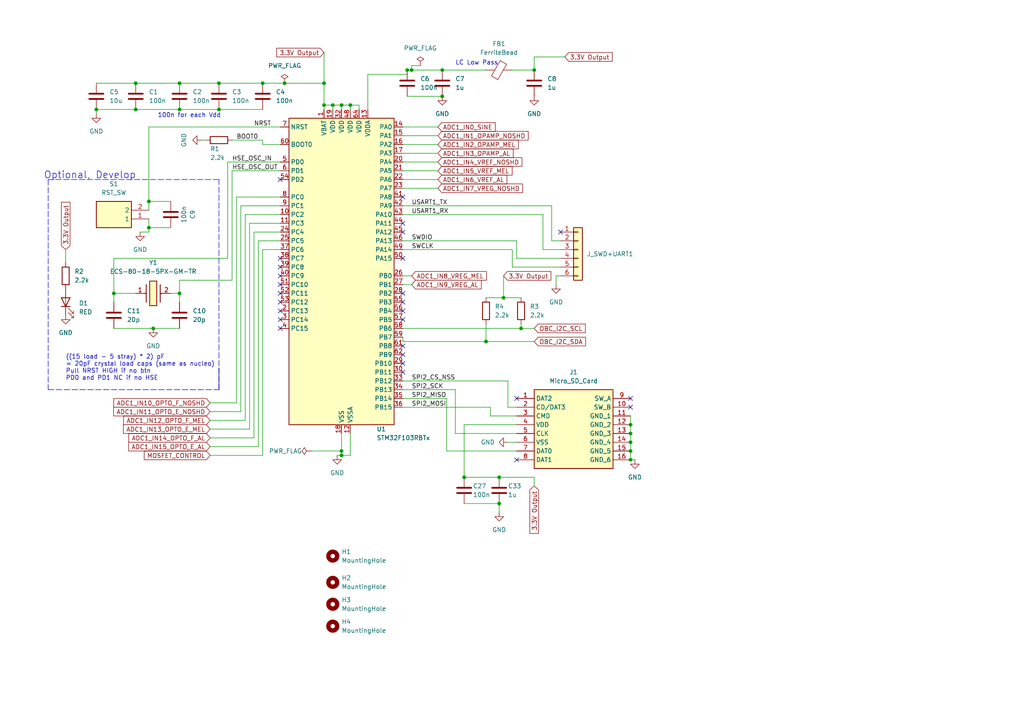
<source format=kicad_sch>
(kicad_sch (version 20230121) (generator eeschema)
  (paper "A4")
  (title_block (title "Regina Payload Cubesat MCU Integration") (date "2024-01-15") (company "Karim Ait-Allaoua") (comment 1 "BOOT0: LOW for always main flash memory") (comment 2 "Optional, Develop parts not needed for final design"))
  (lib_symbols
    (symbol "Connector_Generic:Conn_01x06" (pin_names (offset 1.016) hide)
      (property "Reference" "J" (at 0 7.62 0))
      (property "Value" "Conn_01x06" (at 0 -10.16 0))
      (symbol "Conn_01x06_1_1"
        (rectangle (start -1.27 -7.493) (end 0 -7.747) (stroke (width 0.1524)))
        (rectangle (start -1.27 -4.953) (end 0 -5.207) (stroke (width 0.1524)))
        (rectangle (start -1.27 -2.413) (end 0 -2.667) (stroke (width 0.1524)))
        (rectangle (start -1.27 0.127) (end 0 -0.127) (stroke (width 0.1524)))
        (rectangle (start -1.27 2.667) (end 0 2.413) (stroke (width 0.1524)))
        (rectangle (start -1.27 5.207) (end 0 4.953) (stroke (width 0.1524)))
        (rectangle (start -1.27 6.35) (end 1.27 -8.89) (stroke (width 0.254)) (fill (type background)))
        (pin passive line (at -5.08 5.08 0) (length 3.81) (name "Pin_1") (number "1"))
        (pin passive line (at -5.08 2.54 0) (length 3.81) (name "Pin_2") (number "2"))
        (pin passive line (at -5.08 0 0) (length 3.81) (name "Pin_3") (number "3"))
        (pin passive line (at -5.08 -2.54 0) (length 3.81) (name "Pin_4") (number "4"))
        (pin passive line (at -5.08 -5.08 0) (length 3.81) (name "Pin_5") (number "5"))
        (pin passive line (at -5.08 -7.62 0) (length 3.81) (name "Pin_6") (number "6"))
      )
    )
    (symbol "Device:C" (pin_numbers hide) (pin_names (offset 0.254))
      (property "Reference" "C" (at 0.635 2.54 0))
      (property "Value" "C" (at 0.635 -2.54 0))
      (symbol "C_0_1"
        (polyline (pts (xy -2.032 -0.762) (xy 2.032 -0.762)) (stroke (width 0.508)))
        (polyline (pts (xy -2.032 0.762) (xy 2.032 0.762)) (stroke (width 0.508)))
      )
      (symbol "C_1_1"
        (pin passive line (at 0 3.81 270) (length 2.794) (name "~") (number "1"))
        (pin passive line (at 0 -3.81 90) (length 2.794) (name "~") (number "2"))
      )
    )
    (symbol "Device:FerriteBead" (pin_numbers hide) (pin_names (offset 0))
      (property "Reference" "FB" (at -3.81 0.635 90))
      (property "Value" "FerriteBead" (at 3.81 0 90))
      (symbol "FerriteBead_0_1"
        (polyline (pts (xy 0 -1.27) (xy 0 -1.2192)))
        (polyline (pts (xy 0 1.27) (xy 0 1.2954)))
        (polyline (pts (xy -2.7686 0.4064) (xy -1.7018 2.2606) (xy 2.7686 -0.3048) (xy 1.6764 -2.159) (xy -2.7686 0.4064)))
      )
      (symbol "FerriteBead_1_1"
        (pin passive line (at 0 3.81 270) (length 2.54) (name "~") (number "1"))
        (pin passive line (at 0 -3.81 90) (length 2.54) (name "~") (number "2"))
      )
    )
    (symbol "Device:LED" (pin_numbers hide) (pin_names (offset 1.016) hide)
      (property "Reference" "D" (at 0 2.54 0))
      (property "Value" "LED" (at 0 -2.54 0))
      (symbol "LED_0_1"
        (polyline (pts (xy -1.27 -1.27) (xy -1.27 1.27)) (stroke (width 0.254)))
        (polyline (pts (xy -1.27 0) (xy 1.27 0)))
        (polyline (pts (xy 1.27 -1.27) (xy 1.27 1.27) (xy -1.27 0) (xy 1.27 -1.27)) (stroke (width 0.254)))
        (polyline (pts (xy -3.048 -0.762) (xy -4.572 -2.286) (xy -3.81 -2.286) (xy -4.572 -2.286) (xy -4.572 -1.524)))
        (polyline (pts (xy -1.778 -0.762) (xy -3.302 -2.286) (xy -2.54 -2.286) (xy -3.302 -2.286) (xy -3.302 -1.524)))
      )
      (symbol "LED_1_1"
        (pin passive line (at -3.81 0 0) (length 2.54) (name "K") (number "1"))
        (pin passive line (at 3.81 0 180) (length 2.54) (name "A") (number "2"))
      )
    )
    (symbol "Device:R" (pin_numbers hide) (pin_names (offset 0))
      (property "Reference" "R" (at 2.032 0 90))
      (property "Value" "R" (at 0 0 90))
      (symbol "R_0_1"
        (rectangle (start -1.016 -2.54) (end 1.016 2.54) (stroke (width 0.254)))
      )
      (symbol "R_1_1"
        (pin passive line (at 0 3.81 270) (length 1.27) (name "~") (number "1"))
        (pin passive line (at 0 -3.81 90) (length 1.27) (name "~") (number "2"))
      )
    )
    (symbol "MCU_ST_STM32F1:STM32F103RBTx"
      (property "Reference" "U" (at -15.24 46.99 0))
      (property "Value" "STM32F103RBTx" (at 10.16 46.99 0))
      (symbol "STM32F103RBTx_0_1"
        (rectangle (start -15.24 -43.18) (end 15.24 45.72) (stroke (width 0.254)) (fill (type background)))
      )
      (symbol "STM32F103RBTx_1_1"
        (pin power_in line (at -5.08 48.26 270) (length 2.54) (name "VBAT") (number "1"))
        (pin bidirectional line (at -17.78 17.78 0) (length 2.54) (name "PC2") (number "10"))
        (pin bidirectional line (at -17.78 15.24 0) (length 2.54) (name "PC3") (number "11"))
        (pin power_in line (at 2.54 -45.72 90) (length 2.54) (name "VSSA") (number "12"))
        (pin power_in line (at 7.62 48.26 270) (length 2.54) (name "VDDA") (number "13"))
        (pin bidirectional line (at 17.78 43.18 180) (length 2.54) (name "PA0") (number "14"))
        (pin bidirectional line (at 17.78 40.64 180) (length 2.54) (name "PA1") (number "15"))
        (pin bidirectional line (at 17.78 38.1 180) (length 2.54) (name "PA2") (number "16"))
        (pin bidirectional line (at 17.78 35.56 180) (length 2.54) (name "PA3") (number "17"))
        (pin power_in line (at 0 -45.72 90) (length 2.54) (name "VSS") (number "18"))
        (pin power_in line (at -2.54 48.26 270) (length 2.54) (name "VDD") (number "19"))
        (pin bidirectional line (at -17.78 -10.16 0) (length 2.54) (name "PC13") (number "2"))
        (pin bidirectional line (at 17.78 33.02 180) (length 2.54) (name "PA4") (number "20"))
        (pin bidirectional line (at 17.78 30.48 180) (length 2.54) (name "PA5") (number "21"))
        (pin bidirectional line (at 17.78 27.94 180) (length 2.54) (name "PA6") (number "22"))
        (pin bidirectional line (at 17.78 25.4 180) (length 2.54) (name "PA7") (number "23"))
        (pin bidirectional line (at -17.78 12.7 0) (length 2.54) (name "PC4") (number "24"))
        (pin bidirectional line (at -17.78 10.16 0) (length 2.54) (name "PC5") (number "25"))
        (pin bidirectional line (at 17.78 0 180) (length 2.54) (name "PB0") (number "26"))
        (pin bidirectional line (at 17.78 -2.54 180) (length 2.54) (name "PB1") (number "27"))
        (pin bidirectional line (at 17.78 -5.08 180) (length 2.54) (name "PB2") (number "28"))
        (pin bidirectional line (at 17.78 -25.4 180) (length 2.54) (name "PB10") (number "29"))
        (pin bidirectional line (at -17.78 -12.7 0) (length 2.54) (name "PC14") (number "3"))
        (pin bidirectional line (at 17.78 -27.94 180) (length 2.54) (name "PB11") (number "30"))
        (pin passive line (at 0 -45.72 90) (length 2.54) hide (name "VSS") (number "31"))
        (pin power_in line (at 0 48.26 270) (length 2.54) (name "VDD") (number "32"))
        (pin bidirectional line (at 17.78 -30.48 180) (length 2.54) (name "PB12") (number "33"))
        (pin bidirectional line (at 17.78 -33.02 180) (length 2.54) (name "PB13") (number "34"))
        (pin bidirectional line (at 17.78 -35.56 180) (length 2.54) (name "PB14") (number "35"))
        (pin bidirectional line (at 17.78 -38.1 180) (length 2.54) (name "PB15") (number "36"))
        (pin bidirectional line (at -17.78 7.62 0) (length 2.54) (name "PC6") (number "37"))
        (pin bidirectional line (at -17.78 5.08 0) (length 2.54) (name "PC7") (number "38"))
        (pin bidirectional line (at -17.78 2.54 0) (length 2.54) (name "PC8") (number "39"))
        (pin bidirectional line (at -17.78 -15.24 0) (length 2.54) (name "PC15") (number "4"))
        (pin bidirectional line (at -17.78 0 0) (length 2.54) (name "PC9") (number "40"))
        (pin bidirectional line (at 17.78 22.86 180) (length 2.54) (name "PA8") (number "41"))
        (pin bidirectional line (at 17.78 20.32 180) (length 2.54) (name "PA9") (number "42"))
        (pin bidirectional line (at 17.78 17.78 180) (length 2.54) (name "PA10") (number "43"))
        (pin bidirectional line (at 17.78 15.24 180) (length 2.54) (name "PA11") (number "44"))
        (pin bidirectional line (at 17.78 12.7 180) (length 2.54) (name "PA12") (number "45"))
        (pin bidirectional line (at 17.78 10.16 180) (length 2.54) (name "PA13") (number "46"))
        (pin passive line (at 0 -45.72 90) (length 2.54) hide (name "VSS") (number "47"))
        (pin power_in line (at 2.54 48.26 270) (length 2.54) (name "VDD") (number "48"))
        (pin bidirectional line (at 17.78 7.62 180) (length 2.54) (name "PA14") (number "49"))
        (pin bidirectional line (at -17.78 33.02 0) (length 2.54) (name "PD0") (number "5"))
        (pin bidirectional line (at 17.78 5.08 180) (length 2.54) (name "PA15") (number "50"))
        (pin bidirectional line (at -17.78 -2.54 0) (length 2.54) (name "PC10") (number "51"))
        (pin bidirectional line (at -17.78 -5.08 0) (length 2.54) (name "PC11") (number "52"))
        (pin bidirectional line (at -17.78 -7.62 0) (length 2.54) (name "PC12") (number "53"))
        (pin bidirectional line (at -17.78 27.94 0) (length 2.54) (name "PD2") (number "54"))
        (pin bidirectional line (at 17.78 -7.62 180) (length 2.54) (name "PB3") (number "55"))
        (pin bidirectional line (at 17.78 -10.16 180) (length 2.54) (name "PB4") (number "56"))
        (pin bidirectional line (at 17.78 -12.7 180) (length 2.54) (name "PB5") (number "57"))
        (pin bidirectional line (at 17.78 -15.24 180) (length 2.54) (name "PB6") (number "58"))
        (pin bidirectional line (at 17.78 -17.78 180) (length 2.54) (name "PB7") (number "59"))
        (pin bidirectional line (at -17.78 30.48 0) (length 2.54) (name "PD1") (number "6"))
        (pin input line (at -17.78 38.1 0) (length 2.54) (name "BOOT0") (number "60"))
        (pin bidirectional line (at 17.78 -20.32 180) (length 2.54) (name "PB8") (number "61"))
        (pin bidirectional line (at 17.78 -22.86 180) (length 2.54) (name "PB9") (number "62"))
        (pin passive line (at 0 -45.72 90) (length 2.54) hide (name "VSS") (number "63"))
        (pin power_in line (at 5.08 48.26 270) (length 2.54) (name "VDD") (number "64"))
        (pin input line (at -17.78 43.18 0) (length 2.54) (name "NRST") (number "7"))
        (pin bidirectional line (at -17.78 22.86 0) (length 2.54) (name "PC0") (number "8"))
        (pin bidirectional line (at -17.78 20.32 0) (length 2.54) (name "PC1") (number "9"))
      )
    )
    (symbol "Mechanical:MountingHole" (pin_names (offset 1.016))
      (property "Reference" "H" (at 0 5.08 0))
      (property "Value" "MountingHole" (at 0 3.175 0))
      (symbol "MountingHole_0_1"
        (circle (center 0 0) (radius 1.27) (stroke (width 1.27)))
      )
    )
    (symbol "capstone:2201778-1"
      (property "Reference" "J" (at 29.21 7.62 0))
      (property "Value" "microSD" (at 29.21 5.08 0))
      (symbol "2201778-1_1_1"
        (rectangle (start 5.08 2.54) (end 27.94 -20.32) (stroke (width 0.254)) (fill (type background)))
        (pin passive line (at 0 0 0) (length 5.08) (name "DAT2") (number "1"))
        (pin passive line (at 33.02 -2.54 180) (length 5.08) (name "SW_B") (number "10"))
        (pin passive line (at 33.02 -5.08 180) (length 5.08) (name "GND_1") (number "11"))
        (pin passive line (at 33.02 -7.62 180) (length 5.08) (name "GND_2") (number "12"))
        (pin passive line (at 33.02 -10.16 180) (length 5.08) (name "GND_3") (number "13"))
        (pin passive line (at 33.02 -12.7 180) (length 5.08) (name "GND_4") (number "14"))
        (pin passive line (at 33.02 -15.24 180) (length 5.08) (name "GND_5") (number "15"))
        (pin passive line (at 33.02 -17.78 180) (length 5.08) (name "GND_6") (number "16"))
        (pin passive line (at 0 -2.54 0) (length 5.08) (name "CD/DAT3") (number "2"))
        (pin passive line (at 0 -5.08 0) (length 5.08) (name "CMD") (number "3"))
        (pin passive line (at 0 -7.62 0) (length 5.08) (name "VDD") (number "4"))
        (pin passive line (at 0 -10.16 0) (length 5.08) (name "CLK") (number "5"))
        (pin passive line (at 0 -12.7 0) (length 5.08) (name "VSS") (number "6"))
        (pin passive line (at 0 -15.24 0) (length 5.08) (name "DAT0") (number "7"))
        (pin passive line (at 0 -17.78 0) (length 5.08) (name "DAT1") (number "8"))
        (pin passive line (at 33.02 0 180) (length 5.08) (name "SW_A") (number "9"))
      )
    )
    (symbol "capstone:95C04A3GWRT"
      (property "Reference" "S" (at 16.51 7.62 0))
      (property "Value" "95C04A3GWRT" (at 16.51 5.08 0))
      (symbol "95C04A3GWRT_1_1"
        (rectangle (start 5.08 2.54) (end 15.24 -5.08) (stroke (width 0.254)) (fill (type background)))
        (pin passive line (at 0 0 0) (length 5.08) (name "1") (number "1"))
        (pin passive line (at 0 -2.54 0) (length 5.08) (name "2") (number "2"))
      )
    )
    (symbol "capstone:ECS-80-18-5PX-GM-TR" (pin_names hide)
      (property "Reference" "Y" (at 8.89 6.35 0))
      (property "Value" "ECS-80-18-5PX-GM-TR" (at 8.89 3.81 0))
      (symbol "ECS-80-18-5PX-GM-TR_1_1"
        (polyline (pts (xy 3.048 0) (xy 2.54 0)) (stroke (width 0.254)))
        (polyline (pts (xy 3.048 2.54) (xy 3.048 -2.54)) (stroke (width 0.254)))
        (polyline (pts (xy 7.112 0) (xy 7.62 0)) (stroke (width 0.254)))
        (polyline (pts (xy 7.112 2.54) (xy 7.112 -2.54)) (stroke (width 0.254)))
        (rectangle (start 4.064 3.556) (end 6.096 -3.556) (stroke (width 0.254)) (fill (type background)))
        (pin passive line (at 0 0 0) (length 2.54) (name "1") (number "1"))
        (pin passive line (at 10.16 0 180) (length 2.54) (name "2") (number "2"))
      )
    )
    (symbol "power:GND" (power) (pin_names (offset 0))
      (property "Value" "GND" (at 0 -3.81 0))
      (symbol "GND_0_1"
        (polyline (pts (xy 0 0) (xy 0 -1.27) (xy 1.27 -1.27) (xy 0 -2.54) (xy -1.27 -1.27) (xy 0 -1.27)))
      )
      (symbol "GND_1_1"
        (pin power_in line (at 0 0 270) (length 0) hide (name "GND") (number "1"))
      )
    )
    (symbol "power:PWR_FLAG" (power) (pin_numbers hide) (pin_names (offset 0) hide)
      (property "Value" "PWR_FLAG" (at 0 3.81 0))
      (symbol "PWR_FLAG_0_0"
        (pin power_out line (at 0 0 90) (length 0) (name "pwr") (number "1"))
      )
      (symbol "PWR_FLAG_0_1"
        (polyline (pts (xy 0 0) (xy 0 1.27) (xy -1.016 1.905) (xy 0 2.54) (xy 1.016 1.905) (xy 0 1.27)))
      )
    )
  )
  (junction (at 151.13 95.25))
  (junction (at 82.55 24.13))
  (junction (at 99.06 132.08))
  (junction (at 128.27 20.32))
  (junction (at 39.37 31.75))
  (junction (at 63.5 31.75))
  (junction (at 128.27 27.94))
  (junction (at 52.07 85.09))
  (junction (at 101.6 30.48))
  (junction (at 33.02 85.09))
  (junction (at 144.78 146.05))
  (junction (at 93.98 30.48))
  (junction (at 154.94 20.32))
  (junction (at 27.94 31.75))
  (junction (at 146.05 86.36))
  (junction (at 182.88 128.27))
  (junction (at 52.07 31.75))
  (junction (at 43.18 66.04))
  (junction (at 76.2 24.13))
  (junction (at 182.88 130.81))
  (junction (at 96.52 30.48))
  (junction (at 182.88 123.19))
  (junction (at 182.88 125.73))
  (junction (at 43.18 58.42))
  (junction (at 140.97 99.06))
  (junction (at 182.88 133.35))
  (junction (at 44.45 95.25))
  (junction (at 93.98 24.13))
  (junction (at 99.06 30.48))
  (junction (at 39.37 24.13))
  (junction (at 52.07 24.13))
  (junction (at 134.62 138.43))
  (junction (at 118.11 20.32))
  (junction (at 99.06 130.81))
  (junction (at 119.38 20.32))
  (junction (at 63.5 24.13))
  (junction (at 144.78 138.43))
  (no_connect (at 81.28 90.17))
  (no_connect (at 81.28 82.55))
  (no_connect (at 116.84 85.09))
  (no_connect (at 116.84 87.63))
  (no_connect (at 116.84 67.31))
  (no_connect (at 116.84 57.15))
  (no_connect (at 116.84 107.95))
  (no_connect (at 81.28 85.09))
  (no_connect (at 81.28 74.93))
  (no_connect (at 81.28 80.01))
  (no_connect (at 116.84 90.17))
  (no_connect (at 81.28 87.63))
  (no_connect (at 81.28 77.47))
  (no_connect (at 116.84 100.33))
  (no_connect (at 116.84 64.77))
  (no_connect (at 182.88 118.11))
  (no_connect (at 116.84 74.93))
  (no_connect (at 149.86 115.57))
  (no_connect (at 162.56 67.31))
  (no_connect (at 116.84 105.41))
  (no_connect (at 81.28 95.25))
  (no_connect (at 81.28 92.71))
  (no_connect (at 149.86 133.35))
  (no_connect (at 116.84 92.71))
  (no_connect (at 116.84 102.87))
  (no_connect (at 182.88 115.57))
  (no_connect (at 81.28 52.07))
  (wire (pts (xy 134.62 146.05) (xy 144.78 146.05)))
  (wire (pts (xy 39.37 24.13) (xy 52.07 24.13)))
  (wire (pts (xy 157.48 72.39) (xy 157.48 62.23)))
  (wire (pts (xy 73.66 127) (xy 73.66 67.31)))
  (wire (pts (xy 60.96 119.38) (xy 69.85 119.38)))
  (wire (pts (xy 63.5 24.13) (xy 76.2 24.13)))
  (wire (pts (xy 132.08 113.03) (xy 116.84 113.03)))
  (wire (pts (xy 66.04 46.99) (xy 81.28 46.99)))
  (wire (pts (xy 154.94 140.97) (xy 154.94 138.43)))
  (wire (pts (xy 118.11 20.32) (xy 119.38 20.32)))
  (wire (pts (xy 161.29 80.01) (xy 162.56 80.01)))
  (wire (pts (xy 97.79 132.08) (xy 99.06 132.08)))
  (wire (pts (xy 116.84 118.11) (xy 142.24 118.11)))
  (polyline (pts (xy 13.97 113.03) (xy 63.5 113.03)) (stroke (width 0) (type dash)))
  (wire (pts (xy 93.98 30.48) (xy 96.52 30.48)))
  (wire (pts (xy 182.88 125.73) (xy 182.88 128.27)))
  (wire (pts (xy 151.13 95.25) (xy 154.94 95.25)))
  (wire (pts (xy 63.5 31.75) (xy 76.2 31.75)))
  (wire (pts (xy 147.32 128.27) (xy 149.86 128.27)))
  (wire (pts (xy 72.39 64.77) (xy 81.28 64.77)))
  (wire (pts (xy 162.56 72.39) (xy 157.48 72.39)))
  (wire (pts (xy 162.56 77.47) (xy 148.59 77.47)))
  (wire (pts (xy 69.85 59.69) (xy 81.28 59.69)))
  (wire (pts (xy 49.53 85.09) (xy 52.07 85.09)))
  (wire (pts (xy 90.17 130.81) (xy 99.06 130.81)))
  (wire (pts (xy 140.97 99.06) (xy 154.94 99.06)))
  (wire (pts (xy 128.27 20.32) (xy 140.97 20.32)))
  (wire (pts (xy 44.45 95.25) (xy 52.07 95.25)))
  (wire (pts (xy 182.88 133.35) (xy 184.15 133.35)))
  (wire (pts (xy 182.88 120.65) (xy 182.88 123.19)))
  (wire (pts (xy 106.68 21.59) (xy 118.11 21.59)))
  (wire (pts (xy 148.59 20.32) (xy 154.94 20.32)))
  (wire (pts (xy 60.96 124.46) (xy 72.39 124.46)))
  (wire (pts (xy 118.11 21.59) (xy 118.11 20.32)))
  (polyline (pts (xy 63.5 113.03) (xy 63.5 106.68)))
  (wire (pts (xy 101.6 125.73) (xy 101.6 132.08)))
  (wire (pts (xy 116.84 41.91) (xy 127 41.91)))
  (wire (pts (xy 144.78 148.59) (xy 144.78 146.05)))
  (wire (pts (xy 60.96 132.08) (xy 76.2 132.08)))
  (wire (pts (xy 106.68 21.59) (xy 106.68 31.75)))
  (wire (pts (xy 104.14 31.75) (xy 104.14 30.48)))
  (wire (pts (xy 71.12 62.23) (xy 81.28 62.23)))
  (wire (pts (xy 116.84 69.85) (xy 149.86 69.85)))
  (wire (pts (xy 182.88 123.19) (xy 182.88 125.73)))
  (wire (pts (xy 27.94 31.75) (xy 39.37 31.75)))
  (wire (pts (xy 43.18 63.5) (xy 43.18 66.04)))
  (wire (pts (xy 74.93 129.54) (xy 74.93 69.85)))
  (wire (pts (xy 116.84 39.37) (xy 127 39.37)))
  (wire (pts (xy 74.93 69.85) (xy 81.28 69.85)))
  (wire (pts (xy 96.52 31.75) (xy 96.52 30.48)))
  (wire (pts (xy 116.84 80.01) (xy 119.38 80.01)))
  (wire (pts (xy 68.58 57.15) (xy 81.28 57.15)))
  (wire (pts (xy 147.32 118.11) (xy 149.86 118.11)))
  (wire (pts (xy 60.96 121.92) (xy 71.12 121.92)))
  (wire (pts (xy 140.97 86.36) (xy 146.05 86.36)))
  (wire (pts (xy 33.02 74.93) (xy 33.02 85.09)))
  (wire (pts (xy 116.84 54.61) (xy 127 54.61)))
  (wire (pts (xy 99.06 30.48) (xy 101.6 30.48)))
  (wire (pts (xy 99.06 31.75) (xy 99.06 30.48)))
  (wire (pts (xy 161.29 82.55) (xy 161.29 80.01)))
  (wire (pts (xy 33.02 95.25) (xy 44.45 95.25)))
  (wire (pts (xy 101.6 30.48) (xy 101.6 31.75)))
  (wire (pts (xy 72.39 124.46) (xy 72.39 64.77)))
  (wire (pts (xy 71.12 121.92) (xy 71.12 62.23)))
  (wire (pts (xy 146.05 86.36) (xy 151.13 86.36)))
  (wire (pts (xy 43.18 58.42) (xy 49.53 58.42)))
  (wire (pts (xy 116.84 52.07) (xy 127 52.07)))
  (wire (pts (xy 59.69 40.64) (xy 58.42 40.64)))
  (wire (pts (xy 93.98 15.24) (xy 93.98 24.13)))
  (wire (pts (xy 52.07 24.13) (xy 63.5 24.13)))
  (wire (pts (xy 76.2 41.91) (xy 81.28 41.91)))
  (wire (pts (xy 99.06 132.08) (xy 99.06 130.81)))
  (wire (pts (xy 121.92 19.05) (xy 119.38 19.05)))
  (wire (pts (xy 129.54 115.57) (xy 129.54 130.81)))
  (wire (pts (xy 39.37 31.75) (xy 52.07 31.75)))
  (wire (pts (xy 67.31 49.53) (xy 81.28 49.53)))
  (wire (pts (xy 43.18 58.42) (xy 43.18 60.96)))
  (wire (pts (xy 27.94 31.75) (xy 27.94 33.02)))
  (wire (pts (xy 151.13 93.98) (xy 151.13 95.25)))
  (wire (pts (xy 142.24 118.11) (xy 142.24 120.65)))
  (wire (pts (xy 116.84 44.45) (xy 127 44.45)))
  (wire (pts (xy 43.18 67.31) (xy 40.64 67.31)))
  (wire (pts (xy 160.02 69.85) (xy 162.56 69.85)))
  (wire (pts (xy 27.94 24.13) (xy 39.37 24.13)))
  (wire (pts (xy 99.06 125.73) (xy 99.06 130.81)))
  (wire (pts (xy 116.84 95.25) (xy 151.13 95.25)))
  (wire (pts (xy 67.31 40.64) (xy 76.2 40.64)))
  (wire (pts (xy 73.66 67.31) (xy 81.28 67.31)))
  (wire (pts (xy 43.18 36.83) (xy 43.18 58.42)))
  (wire (pts (xy 60.96 129.54) (xy 74.93 129.54)))
  (wire (pts (xy 66.04 74.93) (xy 33.02 74.93)))
  (wire (pts (xy 149.86 125.73) (xy 132.08 125.73)))
  (wire (pts (xy 104.14 30.48) (xy 101.6 30.48)))
  (wire (pts (xy 66.04 46.99) (xy 66.04 74.93)))
  (wire (pts (xy 116.84 46.99) (xy 127 46.99)))
  (polyline (pts (xy 63.5 113.03) (xy 63.5 52.07)) (stroke (width 0) (type dash)))
  (wire (pts (xy 96.52 30.48) (xy 99.06 30.48)))
  (wire (pts (xy 43.18 36.83) (xy 81.28 36.83)))
  (wire (pts (xy 142.24 120.65) (xy 149.86 120.65)))
  (wire (pts (xy 116.84 99.06) (xy 140.97 99.06)))
  (wire (pts (xy 140.97 93.98) (xy 140.97 99.06)))
  (wire (pts (xy 68.58 116.84) (xy 68.58 57.15)))
  (wire (pts (xy 154.94 138.43) (xy 144.78 138.43)))
  (wire (pts (xy 116.84 110.49) (xy 147.32 110.49)))
  (wire (pts (xy 60.96 116.84) (xy 68.58 116.84)))
  (wire (pts (xy 76.2 24.13) (xy 82.55 24.13)))
  (wire (pts (xy 146.05 80.01) (xy 146.05 86.36)))
  (wire (pts (xy 134.62 123.19) (xy 149.86 123.19)))
  (wire (pts (xy 60.96 127) (xy 73.66 127)))
  (wire (pts (xy 93.98 24.13) (xy 93.98 30.48)))
  (wire (pts (xy 33.02 85.09) (xy 39.37 85.09)))
  (wire (pts (xy 43.18 66.04) (xy 43.18 67.31)))
  (wire (pts (xy 69.85 119.38) (xy 69.85 59.69)))
  (wire (pts (xy 163.83 16.51) (xy 154.94 16.51)))
  (wire (pts (xy 160.02 59.69) (xy 160.02 69.85)))
  (wire (pts (xy 182.88 130.81) (xy 182.88 133.35)))
  (polyline (pts (xy 13.97 52.07) (xy 13.97 113.03)) (stroke (width 0) (type dash)))
  (wire (pts (xy 148.59 72.39) (xy 116.84 72.39)))
  (wire (pts (xy 182.88 128.27) (xy 182.88 130.81)))
  (wire (pts (xy 119.38 19.05) (xy 119.38 20.32)))
  (wire (pts (xy 154.94 16.51) (xy 154.94 20.32)))
  (wire (pts (xy 43.18 66.04) (xy 49.53 66.04)))
  (wire (pts (xy 148.59 72.39) (xy 148.59 77.47)))
  (wire (pts (xy 116.84 36.83) (xy 127 36.83)))
  (wire (pts (xy 118.11 27.94) (xy 128.27 27.94)))
  (wire (pts (xy 116.84 82.55) (xy 119.38 82.55)))
  (wire (pts (xy 99.06 132.08) (xy 101.6 132.08)))
  (wire (pts (xy 76.2 40.64) (xy 76.2 41.91)))
  (wire (pts (xy 119.38 20.32) (xy 128.27 20.32)))
  (wire (pts (xy 129.54 130.81) (xy 149.86 130.81)))
  (wire (pts (xy 52.07 81.28) (xy 67.31 81.28)))
  (wire (pts (xy 132.08 125.73) (xy 132.08 113.03)))
  (wire (pts (xy 19.05 72.39) (xy 19.05 76.2)))
  (wire (pts (xy 52.07 85.09) (xy 52.07 87.63)))
  (polyline (pts (xy 63.5 52.07) (xy 13.97 52.07)) (stroke (width 0) (type dash)))
  (wire (pts (xy 134.62 123.19) (xy 134.62 138.43)))
  (wire (pts (xy 116.84 59.69) (xy 160.02 59.69)))
  (wire (pts (xy 147.32 110.49) (xy 147.32 118.11)))
  (wire (pts (xy 76.2 72.39) (xy 76.2 132.08)))
  (wire (pts (xy 162.56 74.93) (xy 149.86 74.93)))
  (wire (pts (xy 116.84 49.53) (xy 127 49.53)))
  (wire (pts (xy 33.02 85.09) (xy 33.02 87.63)))
  (wire (pts (xy 82.55 24.13) (xy 93.98 24.13)))
  (wire (pts (xy 93.98 31.75) (xy 93.98 30.48)))
  (wire (pts (xy 52.07 81.28) (xy 52.07 85.09)))
  (wire (pts (xy 157.48 62.23) (xy 116.84 62.23)))
  (wire (pts (xy 134.62 138.43) (xy 144.78 138.43)))
  (wire (pts (xy 81.28 72.39) (xy 76.2 72.39)))
  (wire (pts (xy 149.86 74.93) (xy 149.86 69.85)))
  (wire (pts (xy 116.84 99.06) (xy 116.84 97.79)))
  (wire (pts (xy 52.07 31.75) (xy 63.5 31.75)))
  (wire (pts (xy 116.84 115.57) (xy 129.54 115.57)))
  (wire (pts (xy 67.31 81.28) (xy 67.31 49.53)))
  (text "((15 load - 5 stray) * 2) pF \n= 20pF crystal load caps (same as nucleo)\nPull NRST HIGH if no btn\nPD0 and PD1 NC if no HSE" (at 19.05 110.49 0) (effects (font (size 1.27 1.27)) (justify left bottom)))
  (text "Optional, Develop" (at 12.7 52.07 0) (effects (font (size 2 2)) (justify left bottom)))
  (text "100n for each Vdd" (at 45.72 34.29 0) (effects (font (size 1.27 1.27)) (justify left bottom)))
  (text "LC Low Pass" (at 132.08 19.05 0) (effects (font (size 1.27 1.27)) (justify left bottom)))
  (label "HSE_OSC_OUT" (at 67.31 49.53 0))
  (label "USART1_TX" (at 119.38 59.69 0))
  (label "HSE_OSC_IN" (at 67.31 46.99 0))
  (label "SPI2_CS_NSS" (at 119.38 110.49 0))
  (label "SPI2_MOSI" (at 119.38 118.11 0))
  (label "SPI2_MISO" (at 119.38 115.57 0))
  (label "SWCLK" (at 119.38 72.39 0))
  (label "USART1_RX" (at 119.38 62.23 0))
  (label "BOOT0" (at 68.58 40.64 0))
  (label "NRST" (at 73.66 36.83 0))
  (label "SWDIO" (at 119.38 69.85 0))
  (label "SPI2_SCK" (at 119.38 113.03 0))
  (global_label "3.3V Output" (shape input) (at 154.94 140.97 270) (property "Intersheetrefs" "${INTERSHEET_REFS}" (effects hide)))
  (global_label "ADC1_IN6_VREF_AL" (shape input) (at 127 52.07 0) (property "Intersheetrefs" "${INTERSHEET_REFS}" (effects hide)))
  (global_label "3.3V Output" (shape input) (at 19.05 72.39 90) (property "Intersheetrefs" "${INTERSHEET_REFS}" (effects hide)))
  (global_label "OBC_I2C_SDA" (shape input) (at 154.94 99.06 0) (property "Intersheetrefs" "${INTERSHEET_REFS}" (effects hide)))
  (global_label "ADC1_IN13_OPTO_E_MEL" (shape input) (at 60.96 124.46 180) (property "Intersheetrefs" "${INTERSHEET_REFS}" (effects hide)))
  (global_label "MOSFET_CONTROL" (shape input) (at 60.96 132.08 180) (property "Intersheetrefs" "${INTERSHEET_REFS}" (effects hide)))
  (global_label "ADC1_IN2_OPAMP_MEL" (shape input) (at 127 41.91 0) (property "Intersheetrefs" "${INTERSHEET_REFS}" (effects hide)))
  (global_label "ADC1_IN9_VREG_AL" (shape input) (at 119.38 82.55 0) (property "Intersheetrefs" "${INTERSHEET_REFS}" (effects hide)))
  (global_label "ADC1_IN12_OPTO_F_MEL" (shape input) (at 60.96 121.92 180) (property "Intersheetrefs" "${INTERSHEET_REFS}" (effects hide)))
  (global_label "ADC1_IN8_VREG_MEL" (shape input) (at 119.38 80.01 0) (property "Intersheetrefs" "${INTERSHEET_REFS}" (effects hide)))
  (global_label "3.3V Output" (shape input) (at 163.83 16.51 0) (property "Intersheetrefs" "${INTERSHEET_REFS}" (effects hide)))
  (global_label "ADC1_IN0_SINE" (shape input) (at 127 36.83 0) (property "Intersheetrefs" "${INTERSHEET_REFS}" (effects hide)))
  (global_label "3.3V Output" (shape input) (at 146.05 80.01 0) (property "Intersheetrefs" "${INTERSHEET_REFS}" (effects hide)))
  (global_label "ADC1_IN10_OPTO_F_NOSHD" (shape input) (at 60.96 116.84 180) (property "Intersheetrefs" "${INTERSHEET_REFS}" (effects hide)))
  (global_label "ADC1_IN15_OPTO_E_AL" (shape input) (at 60.96 129.54 180) (property "Intersheetrefs" "${INTERSHEET_REFS}" (effects hide)))
  (global_label "ADC1_IN11_OPTO_E_NOSHD" (shape input) (at 60.96 119.38 180) (property "Intersheetrefs" "${INTERSHEET_REFS}" (effects hide)))
  (global_label "ADC1_IN7_VREG_NOSHD" (shape input) (at 127 54.61 0) (property "Intersheetrefs" "${INTERSHEET_REFS}" (effects hide)))
  (global_label "ADC1_IN3_OPAMP_AL" (shape input) (at 127 44.45 0) (property "Intersheetrefs" "${INTERSHEET_REFS}" (effects hide)))
  (global_label "ADC1_IN4_VREF_NOSHD" (shape input) (at 127 46.99 0) (property "Intersheetrefs" "${INTERSHEET_REFS}" (effects hide)))
  (global_label "ADC1_IN14_OPTO_F_AL" (shape input) (at 60.96 127 180) (property "Intersheetrefs" "${INTERSHEET_REFS}" (effects hide)))
  (global_label "ADC1_IN1_OPAMP_NOSHD" (shape input) (at 127 39.37 0) (property "Intersheetrefs" "${INTERSHEET_REFS}" (effects hide)))
  (global_label "OBC_I2C_SCL" (shape input) (at 154.94 95.25 0) (property "Intersheetrefs" "${INTERSHEET_REFS}" (effects hide)))
  (global_label "3.3V Output" (shape input) (at 93.98 15.24 180) (property "Intersheetrefs" "${INTERSHEET_REFS}" (effects hide)))
  (global_label "ADC1_IN5_VREF_MEL" (shape input) (at 127 49.53 0) (property "Intersheetrefs" "${INTERSHEET_REFS}" (effects hide)))
  (symbol (lib_id "MCU_ST_STM32F1:STM32F103RBTx") (at 99.06 80.01 0) (unit 1)
    (property "Reference" "U1" (at 109.22 124.46 0) (effects (justify left)))
    (property "Value" "STM32F103RBTx" (at 109.22 127 0) (effects (justify left)))
    (property "Footprint" "Package_QFP:LQFP-64_10x10mm_P0.5mm" (effects hide))
    (property "Datasheet" "https://www.st.com/resource/en/datasheet/stm32f103rb.pdf" (effects hide))
  )
  (symbol (lib_id "Mechanical:MountingHole") (at 96.52 181.61 0) (unit 1)
    (property "Reference" "H4" (at 99.06 180.34 0) (effects (justify left)))
    (property "Value" "MountingHole" (at 99.06 182.88 0) (effects (justify left)))
    (property "Footprint" "MountingHole:MountingHole_2.2mm_M2" (effects hide))
  )
  (symbol (lib_id "Device:C") (at 27.94 27.94 0) (unit 1)
    (property "Reference" "C5" (at 31.75 26.67 0) (effects (justify left)))
    (property "Value" "10u" (at 31.75 29.21 0) (effects (justify left)))
    (property "Footprint" "Capacitor_SMD:C_0603_1608Metric" (effects hide))
  )
  (symbol (lib_id "power:GND") (at 144.78 148.59 0) (unit 1)
    (property "Reference" "#PWR05" (effects hide))
    (property "Value" "GND" (at 144.78 153.67 0))
  )
  (symbol (lib_id "Mechanical:MountingHole") (at 96.52 161.29 0) (unit 1)
    (property "Reference" "H1" (at 99.06 160.02 0) (effects (justify left)))
    (property "Value" "MountingHole" (at 99.06 162.56 0) (effects (justify left)))
    (property "Footprint" "MountingHole:MountingHole_2.2mm_M2" (effects hide))
  )
  (symbol (lib_id "power:GND") (at 154.94 27.94 0) (unit 1)
    (property "Reference" "#PWR06" (effects hide))
    (property "Value" "GND" (at 154.94 33.02 0))
  )
  (symbol (lib_id "Connector_Generic:Conn_01x06") (at 167.64 72.39 0) (unit 1)
    (property "Reference" "J_SWD+UART1" (at 170.18 73.66 0) (effects (justify left)))
    (property "Value" "Conn_01x06" (effects hide))
    (property "Footprint" "Connector_PinHeader_2.54mm:PinHeader_1x06_P2.54mm_Vertical" (effects hide))
  )
  (symbol (lib_id "Device:C") (at 49.53 62.23 180) (unit 1)
    (property "Reference" "C9" (at 55.88 62.23 90))
    (property "Value" "100n" (at 53.34 62.23 90))
    (property "Footprint" "Capacitor_SMD:C_0402_1005Metric" (effects hide))
  )
  (symbol (lib_id "power:GND") (at 147.32 128.27 270) (unit 1)
    (property "Reference" "#PWR023" (effects hide))
    (property "Value" "GND" (at 143.51 128.27 90) (effects (justify right)))
  )
  (symbol (lib_id "Device:C") (at 118.11 24.13 0) (unit 1)
    (property "Reference" "C6" (at 121.92 22.86 0) (effects (justify left)))
    (property "Value" "100n" (at 121.92 25.4 0) (effects (justify left)))
    (property "Footprint" "Capacitor_SMD:C_0402_1005Metric" (effects hide))
  )
  (symbol (lib_id "power:GND") (at 128.27 27.94 0) (unit 1)
    (property "Reference" "#PWR07" (effects hide))
    (property "Value" "GND" (at 128.27 33.02 0))
  )
  (symbol (lib_id "power:GND") (at 40.64 67.31 0) (unit 1)
    (property "Reference" "#PWR08" (effects hide))
    (property "Value" "GND" (at 40.64 72.39 0))
  )
  (symbol (lib_id "capstone:95C04A3GWRT") (at 43.18 63.5 180) (unit 1)
    (property "Reference" "S1" (at 33.02 53.34 0))
    (property "Value" "RST_SW" (at 33.02 55.88 0))
    (property "Footprint" "capstone:95C04A3GWRT" (effects hide))
    (property "Mouser Part Number" "706-95C04A3GWRT" (effects hide))
    (property "Mouser Price/Stock" "https://www.mouser.co.uk/ProductDetail/Grayhill/95C04A3GWRT?qs=ls7QRyWmRk61gE7yXPOhmQ%3D%3D" (effects hide))
    (property "Manufacturer_Name" "Grayhill" (effects hide))
    (property "Manufacturer_Part_Number" "95C04A3GWRT" (effects hide))
  )
  (symbol (lib_id "Device:R") (at 19.05 80.01 0) (unit 1)
    (property "Reference" "R2" (at 21.59 78.74 0) (effects (justify left)))
    (property "Value" "2.2k" (at 21.59 81.28 0) (effects (justify left)))
    (property "Footprint" "Resistor_SMD:R_0402_1005Metric" (effects hide))
  )
  (symbol (lib_id "power:PWR_FLAG") (at 121.92 19.05 0) (unit 1)
    (property "Reference" "#FLG01" (effects hide))
    (property "Value" "PWR_FLAG" (at 121.92 13.97 0))
  )
  (symbol (lib_id "Device:R") (at 63.5 40.64 270) (unit 1)
    (property "Reference" "R1" (at 60.96 43.18 90) (effects (justify left)))
    (property "Value" "2.2k" (at 60.96 45.72 90) (effects (justify left)))
    (property "Footprint" "Resistor_SMD:R_0402_1005Metric" (effects hide))
  )
  (symbol (lib_id "Device:C") (at 76.2 27.94 0) (unit 1)
    (property "Reference" "C4" (at 80.01 26.67 0) (effects (justify left)))
    (property "Value" "100n" (at 80.01 29.21 0) (effects (justify left)))
    (property "Footprint" "Capacitor_SMD:C_0402_1005Metric" (effects hide))
  )
  (symbol (lib_id "Device:C") (at 134.62 142.24 0) (unit 1)
    (property "Reference" "C27" (at 137.16 140.97 0) (effects (justify left)))
    (property "Value" "100n" (at 137.16 143.51 0) (effects (justify left)))
    (property "Footprint" "Capacitor_SMD:C_0402_1005Metric" (effects hide))
  )
  (symbol (lib_id "power:GND") (at 19.05 91.44 0) (unit 1)
    (property "Reference" "#PWR015" (effects hide))
    (property "Value" "GND" (at 19.05 96.52 0))
  )
  (symbol (lib_id "Device:C") (at 63.5 27.94 0) (unit 1)
    (property "Reference" "C3" (at 67.31 26.67 0) (effects (justify left)))
    (property "Value" "100n" (at 67.31 29.21 0) (effects (justify left)))
    (property "Footprint" "Capacitor_SMD:C_0402_1005Metric" (effects hide))
  )
  (symbol (lib_id "capstone:ECS-80-18-5PX-GM-TR") (at 39.37 85.09 0) (unit 1)
    (property "Reference" "Y1" (at 44.45 76.2 0))
    (property "Value" "ECS-80-18-5PX-GM-TR" (at 44.45 78.74 0))
    (property "Footprint" "capstone:ECS80185PXGMTR" (effects hide))
    (property "Datasheet" "https://ecsxtal.com/store/pdf/csm-7x.pdf" (effects hide))
    (property "Height" "4.3" (effects hide))
    (property "Mouser Part Number" "520-80-18-5PX-GM-TR" (effects hide))
    (property "Mouser Price/Stock" "https://www.mouser.co.uk/ProductDetail/ECS/ECS-80-18-5PX-GM-TR?qs=amGC7iS6iy9i4EiBY7c3iQ%3D%3D" (effects hide))
    (property "Manufacturer_Name" "ECS" (effects hide))
    (property "Manufacturer_Part_Number" "ECS-80-18-5PX-GM-TR" (effects hide))
  )
  (symbol (lib_id "power:PWR_FLAG") (at 82.55 24.13 0) (unit 1)
    (property "Reference" "#FLG02" (effects hide))
    (property "Value" "PWR_FLAG" (at 82.55 19.05 0))
  )
  (symbol (lib_id "Mechanical:MountingHole") (at 96.52 168.91 0) (unit 1)
    (property "Reference" "H2" (at 99.06 167.64 0) (effects (justify left)))
    (property "Value" "MountingHole" (at 99.06 170.18 0) (effects (justify left)))
    (property "Footprint" "MountingHole:MountingHole_2.2mm_M2" (effects hide))
  )
  (symbol (lib_id "power:GND") (at 44.45 95.25 0) (unit 1)
    (property "Reference" "#PWR011" (effects hide))
    (property "Value" "GND" (at 44.45 100.33 0))
  )
  (symbol (lib_id "Device:C") (at 52.07 91.44 0) (unit 1)
    (property "Reference" "C10" (at 55.88 90.17 0) (effects (justify left)))
    (property "Value" "20p" (at 55.88 92.71 0) (effects (justify left)))
    (property "Footprint" "Capacitor_SMD:C_0402_1005Metric" (effects hide))
  )
  (symbol (lib_id "Device:C") (at 154.94 24.13 0) (unit 1)
    (property "Reference" "C8" (at 158.75 22.86 0) (effects (justify left)))
    (property "Value" "1u" (at 158.75 25.4 0) (effects (justify left)))
    (property "Footprint" "Capacitor_SMD:C_0402_1005Metric" (effects hide))
  )
  (symbol (lib_id "Device:C") (at 39.37 27.94 0) (unit 1)
    (property "Reference" "C1" (at 43.18 26.67 0) (effects (justify left)))
    (property "Value" "100n" (at 43.18 29.21 0) (effects (justify left)))
    (property "Footprint" "Capacitor_SMD:C_0402_1005Metric" (effects hide))
  )
  (symbol (lib_id "Device:LED") (at 19.05 87.63 90) (unit 1)
    (property "Reference" "D1" (at 22.86 87.9475 90) (effects (justify right)))
    (property "Value" "RED" (at 22.86 90.4875 90) (effects (justify right)))
    (property "Footprint" "LED_SMD:LED_0603_1608Metric" (effects hide))
  )
  (symbol (lib_id "Device:FerriteBead") (at 144.78 20.32 90) (unit 1)
    (property "Reference" "FB1" (at 144.7292 12.7 90))
    (property "Value" "FerriteBead" (at 144.7292 15.24 90))
    (property "Footprint" "Inductor_SMD:L_0603_1608Metric" (effects hide))
  )
  (symbol (lib_id "power:GND") (at 27.94 33.02 0) (unit 1)
    (property "Reference" "#PWR03" (effects hide))
    (property "Value" "GND" (at 27.94 38.1 0))
  )
  (symbol (lib_id "power:GND") (at 161.29 82.55 0) (unit 1)
    (property "Reference" "#PWR013" (effects hide))
    (property "Value" "GND" (at 161.29 87.63 0))
  )
  (symbol (lib_id "Device:C") (at 52.07 27.94 0) (unit 1)
    (property "Reference" "C2" (at 55.88 26.67 0) (effects (justify left)))
    (property "Value" "100n" (at 55.88 29.21 0) (effects (justify left)))
    (property "Footprint" "Capacitor_SMD:C_0402_1005Metric" (effects hide))
  )
  (symbol (lib_id "Mechanical:MountingHole") (at 96.52 175.26 0) (unit 1)
    (property "Reference" "H3" (at 99.06 173.99 0) (effects (justify left)))
    (property "Value" "MountingHole" (at 99.06 176.53 0) (effects (justify left)))
    (property "Footprint" "MountingHole:MountingHole_2.2mm_M2" (effects hide))
  )
  (symbol (lib_id "power:GND") (at 184.15 133.35 0) (unit 1)
    (property "Reference" "#PWR021" (effects hide))
    (property "Value" "GND" (at 184.15 138.43 0))
  )
  (symbol (lib_id "Device:C") (at 128.27 24.13 0) (unit 1)
    (property "Reference" "C7" (at 132.08 22.86 0) (effects (justify left)))
    (property "Value" "1u" (at 132.08 25.4 0) (effects (justify left)))
    (property "Footprint" "Capacitor_SMD:C_0402_1005Metric" (effects hide))
  )
  (symbol (lib_id "Device:C") (at 144.78 142.24 0) (unit 1)
    (property "Reference" "C33" (at 147.32 140.97 0) (effects (justify left)))
    (property "Value" "1u" (at 147.32 143.51 0) (effects (justify left)))
    (property "Footprint" "Capacitor_SMD:C_0402_1005Metric" (effects hide))
  )
  (symbol (lib_id "power:GND") (at 58.42 40.64 270) (unit 1)
    (property "Reference" "#PWR010" (effects hide))
    (property "Value" "GND" (at 53.34 40.64 0))
  )
  (symbol (lib_id "capstone:2201778-1") (at 149.86 115.57 0) (unit 1)
    (property "Reference" "J1" (at 166.37 107.95 0))
    (property "Value" "Micro_SD_Card" (at 166.37 110.49 0))
    (property "Footprint" "capstone:22017781" (effects hide))
    (property "Datasheet" "https://www.te.com/commerce/DocumentDelivery/DDEController?Action=showdoc&DocId=Customer+Drawing%7F2201778%7FB%7Fpdf%7FJapanese%7FJPN_CD_2201778_B.pdf%7F2201778-1" (effects hide))
    (property "Height" "1.95" (effects hide))
    (property "Mouser Part Number" "571-2201778-1" (effects hide))
    (property "Mouser Price/Stock" "https://www.mouser.co.uk/ProductDetail/TE-Connectivity/2201778-1?qs=%2F6W%2F9%2FHWvcBMWWw9w8oBng%3D%3D" (effects hide))
    (property "Manufacturer_Name" "TE Connectivity" (effects hide))
    (property "Manufacturer_Part_Number" "2201778-1" (effects hide))
  )
  (symbol (lib_id "power:GND") (at 97.79 132.08 0) (unit 1)
    (property "Reference" "#PWR01" (effects hide))
    (property "Value" "GND" (at 97.79 137.16 0))
  )
  (symbol (lib_id "power:PWR_FLAG") (at 90.17 130.81 90) (unit 1)
    (property "Reference" "#FLG03" (effects hide))
    (property "Value" "PWR_FLAG" (at 87.63 130.81 90) (effects (justify left)))
  )
  (symbol (lib_id "Device:C") (at 33.02 91.44 0) (unit 1)
    (property "Reference" "C11" (at 36.83 90.17 0) (effects (justify left)))
    (property "Value" "20p" (at 36.83 92.71 0) (effects (justify left)))
    (property "Footprint" "Capacitor_SMD:C_0402_1005Metric" (effects hide))
  )
  (symbol (lib_id "Device:R") (at 140.97 90.17 0) (unit 1)
    (property "Reference" "R4" (at 143.51 88.9 0) (effects (justify left)))
    (property "Value" "2.2k" (at 143.51 91.44 0) (effects (justify left)))
    (property "Footprint" "Resistor_SMD:R_0402_1005Metric" (effects hide))
  )
  (symbol (lib_id "Device:R") (at 151.13 90.17 0) (unit 1)
    (property "Reference" "R3" (at 153.67 88.9 0) (effects (justify left)))
    (property "Value" "2.2k" (at 153.67 91.44 0) (effects (justify left)))
    (property "Footprint" "Resistor_SMD:R_0402_1005Metric" (effects hide))
  )
  (sheet (at 331.47 6.35) (size 331.47 200.66) (stroke (width 0.1524))
    (property "Sheetname" "Evan -5V and signal gen" (at 331.47 5.6384 0) (effects (justify left bottom)))
    (property "Sheetfile" "Evan_-5V_and_signal_gen.kicad_sch" (at 331.47 207.5946 0) (effects (justify left top)))
  )
  (sheet (at 698.5 0) (size 330.2 207.01) (stroke (width 0.1524))
    (property "Sheetname" "Matt IC Tests" (at 698.5 -0.7116 0) (effects (justify left bottom)))
    (property "Sheetfile" "untitled.kicad_sch" (at 698.5 207.5946 0) (effects (justify left top)))
  )
)
</source>
